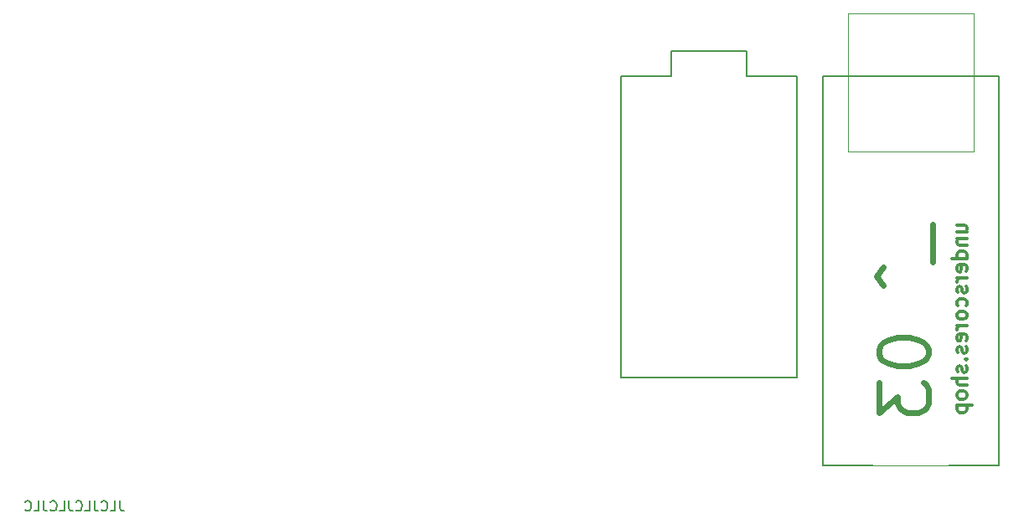
<source format=gbo>
G04 #@! TF.GenerationSoftware,KiCad,Pcbnew,6.0.5*
G04 #@! TF.CreationDate,2022-06-22T19:05:55+10:00*
G04 #@! TF.ProjectId,_transcribe_,5f747261-6e73-4637-9269-62655f2e6b69,v0_5_1*
G04 #@! TF.SameCoordinates,Original*
G04 #@! TF.FileFunction,Legend,Bot*
G04 #@! TF.FilePolarity,Positive*
%FSLAX46Y46*%
G04 Gerber Fmt 4.6, Leading zero omitted, Abs format (unit mm)*
G04 Created by KiCad (PCBNEW 6.0.5) date 2022-06-22 19:05:55*
%MOMM*%
%LPD*%
G01*
G04 APERTURE LIST*
%ADD10C,0.150000*%
%ADD11C,0.600000*%
%ADD12C,0.300000*%
%ADD13C,0.120000*%
G04 APERTURE END LIST*
D10*
X-279805952Y746647619D02*
X-279805952Y745933333D01*
X-279758333Y745790476D01*
X-279663095Y745695238D01*
X-279520238Y745647619D01*
X-279425000Y745647619D01*
X-280758333Y745647619D02*
X-280282142Y745647619D01*
X-280282142Y746647619D01*
X-281663095Y745742857D02*
X-281615476Y745695238D01*
X-281472619Y745647619D01*
X-281377380Y745647619D01*
X-281234523Y745695238D01*
X-281139285Y745790476D01*
X-281091666Y745885714D01*
X-281044047Y746076190D01*
X-281044047Y746219047D01*
X-281091666Y746409523D01*
X-281139285Y746504761D01*
X-281234523Y746600000D01*
X-281377380Y746647619D01*
X-281472619Y746647619D01*
X-281615476Y746600000D01*
X-281663095Y746552380D01*
X-282377380Y746647619D02*
X-282377380Y745933333D01*
X-282329761Y745790476D01*
X-282234523Y745695238D01*
X-282091666Y745647619D01*
X-281996428Y745647619D01*
X-283329761Y745647619D02*
X-282853571Y745647619D01*
X-282853571Y746647619D01*
X-284234523Y745742857D02*
X-284186904Y745695238D01*
X-284044047Y745647619D01*
X-283948809Y745647619D01*
X-283805952Y745695238D01*
X-283710714Y745790476D01*
X-283663095Y745885714D01*
X-283615476Y746076190D01*
X-283615476Y746219047D01*
X-283663095Y746409523D01*
X-283710714Y746504761D01*
X-283805952Y746600000D01*
X-283948809Y746647619D01*
X-284044047Y746647619D01*
X-284186904Y746600000D01*
X-284234523Y746552380D01*
X-284948809Y746647619D02*
X-284948809Y745933333D01*
X-284901190Y745790476D01*
X-284805952Y745695238D01*
X-284663095Y745647619D01*
X-284567857Y745647619D01*
X-285901190Y745647619D02*
X-285425000Y745647619D01*
X-285425000Y746647619D01*
X-286805952Y745742857D02*
X-286758333Y745695238D01*
X-286615476Y745647619D01*
X-286520238Y745647619D01*
X-286377380Y745695238D01*
X-286282142Y745790476D01*
X-286234523Y745885714D01*
X-286186904Y746076190D01*
X-286186904Y746219047D01*
X-286234523Y746409523D01*
X-286282142Y746504761D01*
X-286377380Y746600000D01*
X-286520238Y746647619D01*
X-286615476Y746647619D01*
X-286758333Y746600000D01*
X-286805952Y746552380D01*
X-287520238Y746647619D02*
X-287520238Y745933333D01*
X-287472619Y745790476D01*
X-287377380Y745695238D01*
X-287234523Y745647619D01*
X-287139285Y745647619D01*
X-288472619Y745647619D02*
X-287996428Y745647619D01*
X-287996428Y746647619D01*
X-289377380Y745742857D02*
X-289329761Y745695238D01*
X-289186904Y745647619D01*
X-289091666Y745647619D01*
X-288948809Y745695238D01*
X-288853571Y745790476D01*
X-288805952Y745885714D01*
X-288758333Y746076190D01*
X-288758333Y746219047D01*
X-288805952Y746409523D01*
X-288853571Y746504761D01*
X-288948809Y746600000D01*
X-289091666Y746647619D01*
X-289186904Y746647619D01*
X-289329761Y746600000D01*
X-289377380Y746552380D01*
D11*
X-197661904Y774600000D02*
X-197661904Y770790476D01*
X-202661904Y770314285D02*
X-203376190Y769361904D01*
X-202661904Y768409523D01*
X-203138095Y761980952D02*
X-203138095Y761504761D01*
X-202900000Y761028571D01*
X-202661904Y760790476D01*
X-202185714Y760552380D01*
X-201233333Y760314285D01*
X-200042857Y760314285D01*
X-199090476Y760552380D01*
X-198614285Y760790476D01*
X-198376190Y761028571D01*
X-198138095Y761504761D01*
X-198138095Y761980952D01*
X-198376190Y762457142D01*
X-198614285Y762695238D01*
X-199090476Y762933333D01*
X-200042857Y763171428D01*
X-201233333Y763171428D01*
X-202185714Y762933333D01*
X-202661904Y762695238D01*
X-202900000Y762457142D01*
X-203138095Y761980952D01*
X-203138095Y758647619D02*
X-203138095Y755552380D01*
X-201233333Y757219047D01*
X-201233333Y756504761D01*
X-200995238Y756028571D01*
X-200757142Y755790476D01*
X-200280952Y755552380D01*
X-199090476Y755552380D01*
X-198614285Y755790476D01*
X-198376190Y756028571D01*
X-198138095Y756504761D01*
X-198138095Y757933333D01*
X-198376190Y758409523D01*
X-198614285Y758647619D01*
D12*
X-195221428Y773885714D02*
X-194221428Y773885714D01*
X-195221428Y774528571D02*
X-194435714Y774528571D01*
X-194292857Y774457142D01*
X-194221428Y774314285D01*
X-194221428Y774100000D01*
X-194292857Y773957142D01*
X-194364285Y773885714D01*
X-195221428Y773171428D02*
X-194221428Y773171428D01*
X-195078571Y773171428D02*
X-195150000Y773100000D01*
X-195221428Y772957142D01*
X-195221428Y772742857D01*
X-195150000Y772600000D01*
X-195007142Y772528571D01*
X-194221428Y772528571D01*
X-194221428Y771171428D02*
X-195721428Y771171428D01*
X-194292857Y771171428D02*
X-194221428Y771314285D01*
X-194221428Y771600000D01*
X-194292857Y771742857D01*
X-194364285Y771814285D01*
X-194507142Y771885714D01*
X-194935714Y771885714D01*
X-195078571Y771814285D01*
X-195150000Y771742857D01*
X-195221428Y771600000D01*
X-195221428Y771314285D01*
X-195150000Y771171428D01*
X-194292857Y769885714D02*
X-194221428Y770028571D01*
X-194221428Y770314285D01*
X-194292857Y770457142D01*
X-194435714Y770528571D01*
X-195007142Y770528571D01*
X-195150000Y770457142D01*
X-195221428Y770314285D01*
X-195221428Y770028571D01*
X-195150000Y769885714D01*
X-195007142Y769814285D01*
X-194864285Y769814285D01*
X-194721428Y770528571D01*
X-194221428Y769171428D02*
X-195221428Y769171428D01*
X-194935714Y769171428D02*
X-195078571Y769100000D01*
X-195150000Y769028571D01*
X-195221428Y768885714D01*
X-195221428Y768742857D01*
X-194292857Y768314285D02*
X-194221428Y768171428D01*
X-194221428Y767885714D01*
X-194292857Y767742857D01*
X-194435714Y767671428D01*
X-194507142Y767671428D01*
X-194650000Y767742857D01*
X-194721428Y767885714D01*
X-194721428Y768100000D01*
X-194792857Y768242857D01*
X-194935714Y768314285D01*
X-195007142Y768314285D01*
X-195150000Y768242857D01*
X-195221428Y768100000D01*
X-195221428Y767885714D01*
X-195150000Y767742857D01*
X-194292857Y766385714D02*
X-194221428Y766528571D01*
X-194221428Y766814285D01*
X-194292857Y766957142D01*
X-194364285Y767028571D01*
X-194507142Y767100000D01*
X-194935714Y767100000D01*
X-195078571Y767028571D01*
X-195150000Y766957142D01*
X-195221428Y766814285D01*
X-195221428Y766528571D01*
X-195150000Y766385714D01*
X-194221428Y765528571D02*
X-194292857Y765671428D01*
X-194364285Y765742857D01*
X-194507142Y765814285D01*
X-194935714Y765814285D01*
X-195078571Y765742857D01*
X-195150000Y765671428D01*
X-195221428Y765528571D01*
X-195221428Y765314285D01*
X-195150000Y765171428D01*
X-195078571Y765100000D01*
X-194935714Y765028571D01*
X-194507142Y765028571D01*
X-194364285Y765100000D01*
X-194292857Y765171428D01*
X-194221428Y765314285D01*
X-194221428Y765528571D01*
X-194221428Y764385714D02*
X-195221428Y764385714D01*
X-194935714Y764385714D02*
X-195078571Y764314285D01*
X-195150000Y764242857D01*
X-195221428Y764100000D01*
X-195221428Y763957142D01*
X-194292857Y762885714D02*
X-194221428Y763028571D01*
X-194221428Y763314285D01*
X-194292857Y763457142D01*
X-194435714Y763528571D01*
X-195007142Y763528571D01*
X-195150000Y763457142D01*
X-195221428Y763314285D01*
X-195221428Y763028571D01*
X-195150000Y762885714D01*
X-195007142Y762814285D01*
X-194864285Y762814285D01*
X-194721428Y763528571D01*
X-194292857Y762242857D02*
X-194221428Y762100000D01*
X-194221428Y761814285D01*
X-194292857Y761671428D01*
X-194435714Y761600000D01*
X-194507142Y761600000D01*
X-194650000Y761671428D01*
X-194721428Y761814285D01*
X-194721428Y762028571D01*
X-194792857Y762171428D01*
X-194935714Y762242857D01*
X-195007142Y762242857D01*
X-195150000Y762171428D01*
X-195221428Y762028571D01*
X-195221428Y761814285D01*
X-195150000Y761671428D01*
X-194364285Y760957142D02*
X-194292857Y760885714D01*
X-194221428Y760957142D01*
X-194292857Y761028571D01*
X-194364285Y760957142D01*
X-194221428Y760957142D01*
X-194292857Y760314285D02*
X-194221428Y760171428D01*
X-194221428Y759885714D01*
X-194292857Y759742857D01*
X-194435714Y759671428D01*
X-194507142Y759671428D01*
X-194650000Y759742857D01*
X-194721428Y759885714D01*
X-194721428Y760100000D01*
X-194792857Y760242857D01*
X-194935714Y760314285D01*
X-195007142Y760314285D01*
X-195150000Y760242857D01*
X-195221428Y760100000D01*
X-195221428Y759885714D01*
X-195150000Y759742857D01*
X-194221428Y759028571D02*
X-195721428Y759028571D01*
X-194221428Y758385714D02*
X-195007142Y758385714D01*
X-195150000Y758457142D01*
X-195221428Y758600000D01*
X-195221428Y758814285D01*
X-195150000Y758957142D01*
X-195078571Y759028571D01*
X-194221428Y757457142D02*
X-194292857Y757600000D01*
X-194364285Y757671428D01*
X-194507142Y757742857D01*
X-194935714Y757742857D01*
X-195078571Y757671428D01*
X-195150000Y757600000D01*
X-195221428Y757457142D01*
X-195221428Y757242857D01*
X-195150000Y757100000D01*
X-195078571Y757028571D01*
X-194935714Y756957142D01*
X-194507142Y756957142D01*
X-194364285Y757028571D01*
X-194292857Y757100000D01*
X-194221428Y757242857D01*
X-194221428Y757457142D01*
X-195221428Y756314285D02*
X-193721428Y756314285D01*
X-195150000Y756314285D02*
X-195221428Y756171428D01*
X-195221428Y755885714D01*
X-195150000Y755742857D01*
X-195078571Y755671428D01*
X-194935714Y755600000D01*
X-194507142Y755600000D01*
X-194364285Y755671428D01*
X-194292857Y755742857D01*
X-194221428Y755885714D01*
X-194221428Y756171428D01*
X-194292857Y756314285D01*
D10*
X-211410000Y789640000D02*
X-211410000Y759160000D01*
X-216490000Y789640000D02*
X-211410000Y789640000D01*
X-216490000Y792180000D02*
X-216490000Y789640000D01*
X-224110000Y792180000D02*
X-216490000Y792180000D01*
X-224110000Y789640000D02*
X-224110000Y792180000D01*
X-229190000Y789640000D02*
X-224110000Y789640000D01*
X-229190000Y759160000D02*
X-229190000Y789640000D01*
X-211410000Y759160000D02*
X-229190000Y759160000D01*
D13*
X-206250000Y795980000D02*
X-206250000Y782010000D01*
X-193550000Y795980000D02*
X-206250000Y795980000D01*
X-193550000Y782010000D02*
X-193550000Y795980000D01*
X-206250000Y782010000D02*
X-193550000Y782010000D01*
X-203710000Y750260000D02*
X-196090000Y750260000D01*
D10*
X-208790000Y789630000D02*
X-191010000Y789630000D01*
X-191010000Y789630000D02*
X-191010000Y750260000D01*
X-191010000Y750260000D02*
X-196090000Y750260000D01*
X-203710000Y750260000D02*
X-208790000Y750260000D01*
X-208790000Y750260000D02*
X-208790000Y789630000D01*
M02*

</source>
